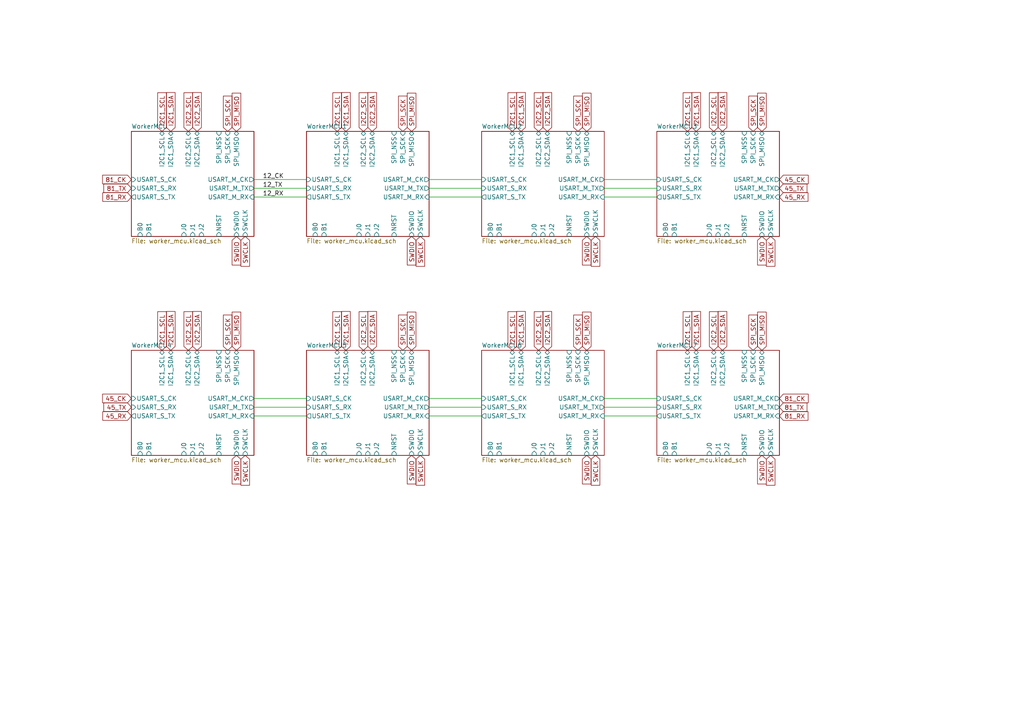
<source format=kicad_sch>
(kicad_sch
	(version 20250114)
	(generator "eeschema")
	(generator_version "9.0")
	(uuid "46be8da2-71c9-430f-bb11-49b740d55c30")
	(paper "A4")
	(lib_symbols)
	(wire
		(pts
			(xy 73.66 54.61) (xy 88.9 54.61)
		)
		(stroke
			(width 0)
			(type default)
		)
		(uuid "061c04fb-12a2-45ea-887d-b2831dc27386")
	)
	(wire
		(pts
			(xy 124.46 118.11) (xy 139.7 118.11)
		)
		(stroke
			(width 0)
			(type default)
		)
		(uuid "1389d054-3859-4dff-b7be-71d272c38a81")
	)
	(wire
		(pts
			(xy 124.46 57.15) (xy 139.7 57.15)
		)
		(stroke
			(width 0)
			(type default)
		)
		(uuid "17e414df-b4cb-4a44-a6b5-1101110ea06d")
	)
	(wire
		(pts
			(xy 175.26 54.61) (xy 190.5 54.61)
		)
		(stroke
			(width 0)
			(type default)
		)
		(uuid "25cd62ed-efb3-458b-99f7-c70ebdd7d658")
	)
	(wire
		(pts
			(xy 73.66 118.11) (xy 88.9 118.11)
		)
		(stroke
			(width 0)
			(type default)
		)
		(uuid "27bb50f6-efb4-4736-966e-e6e6cc7bc8ac")
	)
	(wire
		(pts
			(xy 124.46 52.07) (xy 139.7 52.07)
		)
		(stroke
			(width 0)
			(type default)
		)
		(uuid "3049164c-0e1d-41e3-bfe7-eabcc0e2df26")
	)
	(wire
		(pts
			(xy 175.26 57.15) (xy 190.5 57.15)
		)
		(stroke
			(width 0)
			(type default)
		)
		(uuid "3493f5b6-a49a-4ed9-8cdb-7e5b399b6196")
	)
	(wire
		(pts
			(xy 73.66 52.07) (xy 88.9 52.07)
		)
		(stroke
			(width 0)
			(type default)
		)
		(uuid "36f8a9b5-7d60-4893-af07-121304ad9b99")
	)
	(wire
		(pts
			(xy 73.66 57.15) (xy 88.9 57.15)
		)
		(stroke
			(width 0)
			(type default)
		)
		(uuid "4ddc2886-d561-4263-a3ae-4385c4834c94")
	)
	(wire
		(pts
			(xy 124.46 54.61) (xy 139.7 54.61)
		)
		(stroke
			(width 0)
			(type default)
		)
		(uuid "6b16f60a-78aa-4fe3-a082-6fbda311ef2f")
	)
	(wire
		(pts
			(xy 175.26 118.11) (xy 190.5 118.11)
		)
		(stroke
			(width 0)
			(type default)
		)
		(uuid "7a89f2f2-4360-49c2-b92d-6dd3ea2530a4")
	)
	(wire
		(pts
			(xy 175.26 52.07) (xy 190.5 52.07)
		)
		(stroke
			(width 0)
			(type default)
		)
		(uuid "80888ca1-9cd8-498e-bd5a-b567e532cca9")
	)
	(wire
		(pts
			(xy 175.26 120.65) (xy 190.5 120.65)
		)
		(stroke
			(width 0)
			(type default)
		)
		(uuid "8f984353-dd9f-4a8d-9ac8-77237d038299")
	)
	(wire
		(pts
			(xy 124.46 115.57) (xy 139.7 115.57)
		)
		(stroke
			(width 0)
			(type default)
		)
		(uuid "90634859-acc1-4ab5-a7a6-c0c509d01b46")
	)
	(wire
		(pts
			(xy 175.26 115.57) (xy 190.5 115.57)
		)
		(stroke
			(width 0)
			(type default)
		)
		(uuid "9d99e24f-48a5-43a2-a260-d4df43ecbb6c")
	)
	(wire
		(pts
			(xy 124.46 120.65) (xy 139.7 120.65)
		)
		(stroke
			(width 0)
			(type default)
		)
		(uuid "a0704a41-9539-42aa-92a5-0af33e1d580f")
	)
	(wire
		(pts
			(xy 73.66 115.57) (xy 88.9 115.57)
		)
		(stroke
			(width 0)
			(type default)
		)
		(uuid "c02d04ca-99bd-4ca0-b8cd-607b93f18a4b")
	)
	(wire
		(pts
			(xy 73.66 120.65) (xy 88.9 120.65)
		)
		(stroke
			(width 0)
			(type default)
		)
		(uuid "c3f23790-82d0-4400-9bc2-39ad6bbdce66")
	)
	(label "12_TX"
		(at 76.2 54.61 0)
		(effects
			(font
				(size 1.27 1.27)
			)
			(justify left bottom)
		)
		(uuid "1ddf2199-de57-4fa7-b017-2ed7fe074e33")
	)
	(label "12_CK"
		(at 76.2 52.07 0)
		(effects
			(font
				(size 1.27 1.27)
			)
			(justify left bottom)
		)
		(uuid "f03c397c-8eab-4de0-98c8-01b472abd922")
	)
	(label "12_RX"
		(at 76.2 57.15 0)
		(effects
			(font
				(size 1.27 1.27)
			)
			(justify left bottom)
		)
		(uuid "fcba7de3-8e7b-402a-837e-c48c3350b3f0")
	)
	(global_label "SPI_MISO"
		(shape input)
		(at 170.18 38.1 90)
		(fields_autoplaced yes)
		(effects
			(font
				(size 1.27 1.27)
			)
			(justify left)
		)
		(uuid "00111e11-9197-4cf8-823b-26620642d8ea")
		(property "Intersheetrefs" "${INTERSHEET_REFS}"
			(at 170.18 26.4667 90)
			(effects
				(font
					(size 1.27 1.27)
				)
				(justify left)
				(hide yes)
			)
		)
	)
	(global_label "SWCLK"
		(shape input)
		(at 121.92 68.58 270)
		(fields_autoplaced yes)
		(effects
			(font
				(size 1.27 1.27)
			)
			(justify right)
		)
		(uuid "05156f5b-69cf-429c-9afb-a135148547cf")
		(property "Intersheetrefs" "${INTERSHEET_REFS}"
			(at 121.92 77.7942 90)
			(effects
				(font
					(size 1.27 1.27)
				)
				(justify right)
				(hide yes)
			)
		)
	)
	(global_label "81_TX"
		(shape input)
		(at 226.06 118.11 0)
		(fields_autoplaced yes)
		(effects
			(font
				(size 1.27 1.27)
			)
			(justify left)
		)
		(uuid "0cef9cbe-9b8b-4c3e-9541-0d0be4ad1d36")
		(property "Intersheetrefs" "${INTERSHEET_REFS}"
			(at 234.6089 118.11 0)
			(effects
				(font
					(size 1.27 1.27)
				)
				(justify left)
				(hide yes)
			)
		)
	)
	(global_label "SWDIO"
		(shape input)
		(at 220.98 132.08 270)
		(fields_autoplaced yes)
		(effects
			(font
				(size 1.27 1.27)
			)
			(justify right)
		)
		(uuid "0d25f513-e81f-4634-b4df-f7937b1e00da")
		(property "Intersheetrefs" "${INTERSHEET_REFS}"
			(at 220.98 140.9314 90)
			(effects
				(font
					(size 1.27 1.27)
				)
				(justify right)
				(hide yes)
			)
		)
	)
	(global_label "81_CK"
		(shape input)
		(at 226.06 115.57 0)
		(fields_autoplaced yes)
		(effects
			(font
				(size 1.27 1.27)
			)
			(justify left)
		)
		(uuid "0f53f212-f32e-47fd-bf5c-46e6ce3a1b7a")
		(property "Intersheetrefs" "${INTERSHEET_REFS}"
			(at 234.9718 115.57 0)
			(effects
				(font
					(size 1.27 1.27)
				)
				(justify left)
				(hide yes)
			)
		)
	)
	(global_label "I2C2_SDA"
		(shape input)
		(at 57.15 38.1 90)
		(fields_autoplaced yes)
		(effects
			(font
				(size 1.27 1.27)
			)
			(justify left)
		)
		(uuid "105f2a45-7db4-4795-8b2c-53d9b60a8058")
		(property "Intersheetrefs" "${INTERSHEET_REFS}"
			(at 57.15 26.2853 90)
			(effects
				(font
					(size 1.27 1.27)
				)
				(justify left)
				(hide yes)
			)
		)
	)
	(global_label "I2C2_SCL"
		(shape input)
		(at 156.21 38.1 90)
		(fields_autoplaced yes)
		(effects
			(font
				(size 1.27 1.27)
			)
			(justify left)
		)
		(uuid "185891da-0c34-4a7f-b704-bd548fc18708")
		(property "Intersheetrefs" "${INTERSHEET_REFS}"
			(at 156.21 26.3458 90)
			(effects
				(font
					(size 1.27 1.27)
				)
				(justify left)
				(hide yes)
			)
		)
	)
	(global_label "SWDIO"
		(shape input)
		(at 170.18 68.58 270)
		(fields_autoplaced yes)
		(effects
			(font
				(size 1.27 1.27)
			)
			(justify right)
		)
		(uuid "1e27452f-b7c7-4cc5-a2ab-2d10df072b45")
		(property "Intersheetrefs" "${INTERSHEET_REFS}"
			(at 170.18 77.4314 90)
			(effects
				(font
					(size 1.27 1.27)
				)
				(justify right)
				(hide yes)
			)
		)
	)
	(global_label "SPI_MISO"
		(shape input)
		(at 220.98 101.6 90)
		(fields_autoplaced yes)
		(effects
			(font
				(size 1.27 1.27)
			)
			(justify left)
		)
		(uuid "23d0fe79-2bd1-4eaf-a142-eeaec3835d22")
		(property "Intersheetrefs" "${INTERSHEET_REFS}"
			(at 220.98 89.9667 90)
			(effects
				(font
					(size 1.27 1.27)
				)
				(justify left)
				(hide yes)
			)
		)
	)
	(global_label "SWCLK"
		(shape input)
		(at 172.72 132.08 270)
		(fields_autoplaced yes)
		(effects
			(font
				(size 1.27 1.27)
			)
			(justify right)
		)
		(uuid "23e95519-6368-4b7c-bed7-15ebfb232584")
		(property "Intersheetrefs" "${INTERSHEET_REFS}"
			(at 172.72 141.2942 90)
			(effects
				(font
					(size 1.27 1.27)
				)
				(justify right)
				(hide yes)
			)
		)
	)
	(global_label "I2C1_SCL"
		(shape input)
		(at 199.39 101.6 90)
		(fields_autoplaced yes)
		(effects
			(font
				(size 1.27 1.27)
			)
			(justify left)
		)
		(uuid "255b7d42-2ffb-472d-a46c-746c45b734ba")
		(property "Intersheetrefs" "${INTERSHEET_REFS}"
			(at 199.39 89.8458 90)
			(effects
				(font
					(size 1.27 1.27)
				)
				(justify left)
				(hide yes)
			)
		)
	)
	(global_label "SPI_MISO"
		(shape input)
		(at 220.98 38.1 90)
		(fields_autoplaced yes)
		(effects
			(font
				(size 1.27 1.27)
			)
			(justify left)
		)
		(uuid "2562ab1a-f55d-4b38-be48-0c0a30e4c7cf")
		(property "Intersheetrefs" "${INTERSHEET_REFS}"
			(at 220.98 26.4667 90)
			(effects
				(font
					(size 1.27 1.27)
				)
				(justify left)
				(hide yes)
			)
		)
	)
	(global_label "81_RX"
		(shape input)
		(at 38.1 57.15 180)
		(fields_autoplaced yes)
		(effects
			(font
				(size 1.27 1.27)
			)
			(justify right)
		)
		(uuid "268ff9ff-efb5-4b1d-8e39-78e21900c671")
		(property "Intersheetrefs" "${INTERSHEET_REFS}"
			(at 29.2487 57.15 0)
			(effects
				(font
					(size 1.27 1.27)
				)
				(justify right)
				(hide yes)
			)
		)
	)
	(global_label "SWDIO"
		(shape input)
		(at 68.58 132.08 270)
		(fields_autoplaced yes)
		(effects
			(font
				(size 1.27 1.27)
			)
			(justify right)
		)
		(uuid "29711821-d729-4bf0-a5f2-f65be6a6648d")
		(property "Intersheetrefs" "${INTERSHEET_REFS}"
			(at 68.58 140.9314 90)
			(effects
				(font
					(size 1.27 1.27)
				)
				(justify right)
				(hide yes)
			)
		)
	)
	(global_label "SPI_MISO"
		(shape input)
		(at 68.58 38.1 90)
		(fields_autoplaced yes)
		(effects
			(font
				(size 1.27 1.27)
			)
			(justify left)
		)
		(uuid "29ff74b9-50e3-4421-96a7-205dde52e993")
		(property "Intersheetrefs" "${INTERSHEET_REFS}"
			(at 68.58 26.4667 90)
			(effects
				(font
					(size 1.27 1.27)
				)
				(justify left)
				(hide yes)
			)
		)
	)
	(global_label "I2C1_SDA"
		(shape input)
		(at 100.33 38.1 90)
		(fields_autoplaced yes)
		(effects
			(font
				(size 1.27 1.27)
			)
			(justify left)
		)
		(uuid "2ecdf230-66ba-41f7-ba91-bbb8588dc061")
		(property "Intersheetrefs" "${INTERSHEET_REFS}"
			(at 100.33 26.2853 90)
			(effects
				(font
					(size 1.27 1.27)
				)
				(justify left)
				(hide yes)
			)
		)
	)
	(global_label "45_RX"
		(shape input)
		(at 226.06 57.15 0)
		(fields_autoplaced yes)
		(effects
			(font
				(size 1.27 1.27)
			)
			(justify left)
		)
		(uuid "34711645-1aa4-481c-85a9-cd9429f3ef06")
		(property "Intersheetrefs" "${INTERSHEET_REFS}"
			(at 234.9113 57.15 0)
			(effects
				(font
					(size 1.27 1.27)
				)
				(justify left)
				(hide yes)
			)
		)
	)
	(global_label "I2C2_SDA"
		(shape input)
		(at 209.55 38.1 90)
		(fields_autoplaced yes)
		(effects
			(font
				(size 1.27 1.27)
			)
			(justify left)
		)
		(uuid "37ce2b9f-b816-457e-8e4d-45380260f28f")
		(property "Intersheetrefs" "${INTERSHEET_REFS}"
			(at 209.55 26.2853 90)
			(effects
				(font
					(size 1.27 1.27)
				)
				(justify left)
				(hide yes)
			)
		)
	)
	(global_label "SWDIO"
		(shape input)
		(at 170.18 132.08 270)
		(fields_autoplaced yes)
		(effects
			(font
				(size 1.27 1.27)
			)
			(justify right)
		)
		(uuid "39bd7afa-c7aa-4262-89f9-a2819720b333")
		(property "Intersheetrefs" "${INTERSHEET_REFS}"
			(at 170.18 140.9314 90)
			(effects
				(font
					(size 1.27 1.27)
				)
				(justify right)
				(hide yes)
			)
		)
	)
	(global_label "I2C1_SDA"
		(shape input)
		(at 100.33 101.6 90)
		(fields_autoplaced yes)
		(effects
			(font
				(size 1.27 1.27)
			)
			(justify left)
		)
		(uuid "3d7a1bce-129b-46e1-85f9-22585b93c9c3")
		(property "Intersheetrefs" "${INTERSHEET_REFS}"
			(at 100.33 89.7853 90)
			(effects
				(font
					(size 1.27 1.27)
				)
				(justify left)
				(hide yes)
			)
		)
	)
	(global_label "81_CK"
		(shape input)
		(at 38.1 52.07 180)
		(fields_autoplaced yes)
		(effects
			(font
				(size 1.27 1.27)
			)
			(justify right)
		)
		(uuid "415b4f17-1077-4229-9217-04f40fb3e3c2")
		(property "Intersheetrefs" "${INTERSHEET_REFS}"
			(at 29.1882 52.07 0)
			(effects
				(font
					(size 1.27 1.27)
				)
				(justify right)
				(hide yes)
			)
		)
	)
	(global_label "81_RX"
		(shape input)
		(at 226.06 120.65 0)
		(fields_autoplaced yes)
		(effects
			(font
				(size 1.27 1.27)
			)
			(justify left)
		)
		(uuid "47a17986-25d1-4c49-806e-e22726b2e084")
		(property "Intersheetrefs" "${INTERSHEET_REFS}"
			(at 234.9113 120.65 0)
			(effects
				(font
					(size 1.27 1.27)
				)
				(justify left)
				(hide yes)
			)
		)
	)
	(global_label "I2C2_SDA"
		(shape input)
		(at 209.55 101.6 90)
		(fields_autoplaced yes)
		(effects
			(font
				(size 1.27 1.27)
			)
			(justify left)
		)
		(uuid "4823a591-ff91-402c-8f58-b0fcdd6b2b1b")
		(property "Intersheetrefs" "${INTERSHEET_REFS}"
			(at 209.55 89.7853 90)
			(effects
				(font
					(size 1.27 1.27)
				)
				(justify left)
				(hide yes)
			)
		)
	)
	(global_label "45_TX"
		(shape input)
		(at 226.06 54.61 0)
		(fields_autoplaced yes)
		(effects
			(font
				(size 1.27 1.27)
			)
			(justify left)
		)
		(uuid "4ca4a6fd-4f15-43f7-a110-1073c69c5cfd")
		(property "Intersheetrefs" "${INTERSHEET_REFS}"
			(at 234.6089 54.61 0)
			(effects
				(font
					(size 1.27 1.27)
				)
				(justify left)
				(hide yes)
			)
		)
	)
	(global_label "I2C1_SCL"
		(shape input)
		(at 97.79 38.1 90)
		(fields_autoplaced yes)
		(effects
			(font
				(size 1.27 1.27)
			)
			(justify left)
		)
		(uuid "4fe4c3b2-ad32-46b6-8ce1-04e0eeed0a4c")
		(property "Intersheetrefs" "${INTERSHEET_REFS}"
			(at 97.79 26.3458 90)
			(effects
				(font
					(size 1.27 1.27)
				)
				(justify left)
				(hide yes)
			)
		)
	)
	(global_label "I2C2_SCL"
		(shape input)
		(at 54.61 101.6 90)
		(fields_autoplaced yes)
		(effects
			(font
				(size 1.27 1.27)
			)
			(justify left)
		)
		(uuid "52d6b542-184e-4a2d-b64e-91fdc59077b1")
		(property "Intersheetrefs" "${INTERSHEET_REFS}"
			(at 54.61 89.8458 90)
			(effects
				(font
					(size 1.27 1.27)
				)
				(justify left)
				(hide yes)
			)
		)
	)
	(global_label "SWDIO"
		(shape input)
		(at 119.38 132.08 270)
		(fields_autoplaced yes)
		(effects
			(font
				(size 1.27 1.27)
			)
			(justify right)
		)
		(uuid "54dc2059-5046-4b69-a7ad-8a45babab361")
		(property "Intersheetrefs" "${INTERSHEET_REFS}"
			(at 119.38 140.9314 90)
			(effects
				(font
					(size 1.27 1.27)
				)
				(justify right)
				(hide yes)
			)
		)
	)
	(global_label "SWCLK"
		(shape input)
		(at 172.72 68.58 270)
		(fields_autoplaced yes)
		(effects
			(font
				(size 1.27 1.27)
			)
			(justify right)
		)
		(uuid "57ef9b64-3062-4d23-9831-6c59705b2799")
		(property "Intersheetrefs" "${INTERSHEET_REFS}"
			(at 172.72 77.7942 90)
			(effects
				(font
					(size 1.27 1.27)
				)
				(justify right)
				(hide yes)
			)
		)
	)
	(global_label "45_RX"
		(shape input)
		(at 38.1 120.65 180)
		(fields_autoplaced yes)
		(effects
			(font
				(size 1.27 1.27)
			)
			(justify right)
		)
		(uuid "5f071489-bff3-4363-a4b5-13b94e0905fb")
		(property "Intersheetrefs" "${INTERSHEET_REFS}"
			(at 29.2487 120.65 0)
			(effects
				(font
					(size 1.27 1.27)
				)
				(justify right)
				(hide yes)
			)
		)
	)
	(global_label "I2C2_SDA"
		(shape input)
		(at 57.15 101.6 90)
		(fields_autoplaced yes)
		(effects
			(font
				(size 1.27 1.27)
			)
			(justify left)
		)
		(uuid "6395b26f-812c-4468-8910-23063c4c7be1")
		(property "Intersheetrefs" "${INTERSHEET_REFS}"
			(at 57.15 89.7853 90)
			(effects
				(font
					(size 1.27 1.27)
				)
				(justify left)
				(hide yes)
			)
		)
	)
	(global_label "SWCLK"
		(shape input)
		(at 71.12 68.58 270)
		(fields_autoplaced yes)
		(effects
			(font
				(size 1.27 1.27)
			)
			(justify right)
		)
		(uuid "65ac4cf9-bb0f-4a99-bfe1-c2a7c10d53fb")
		(property "Intersheetrefs" "${INTERSHEET_REFS}"
			(at 71.12 77.7942 90)
			(effects
				(font
					(size 1.27 1.27)
				)
				(justify right)
				(hide yes)
			)
		)
	)
	(global_label "81_TX"
		(shape input)
		(at 38.1 54.61 180)
		(fields_autoplaced yes)
		(effects
			(font
				(size 1.27 1.27)
			)
			(justify right)
		)
		(uuid "6b53ba92-4988-4965-9bf9-056483bb8091")
		(property "Intersheetrefs" "${INTERSHEET_REFS}"
			(at 29.5511 54.61 0)
			(effects
				(font
					(size 1.27 1.27)
				)
				(justify right)
				(hide yes)
			)
		)
	)
	(global_label "SPI_SCK"
		(shape input)
		(at 66.04 38.1 90)
		(fields_autoplaced yes)
		(effects
			(font
				(size 1.27 1.27)
			)
			(justify left)
		)
		(uuid "6b69ca1f-4430-4644-8379-7163f9fc262b")
		(property "Intersheetrefs" "${INTERSHEET_REFS}"
			(at 66.04 27.3134 90)
			(effects
				(font
					(size 1.27 1.27)
				)
				(justify left)
				(hide yes)
			)
		)
	)
	(global_label "SWDIO"
		(shape input)
		(at 68.58 68.58 270)
		(fields_autoplaced yes)
		(effects
			(font
				(size 1.27 1.27)
			)
			(justify right)
		)
		(uuid "706af55a-f1d0-45e4-b75b-a371ee6a79e3")
		(property "Intersheetrefs" "${INTERSHEET_REFS}"
			(at 68.58 77.4314 90)
			(effects
				(font
					(size 1.27 1.27)
				)
				(justify right)
				(hide yes)
			)
		)
	)
	(global_label "I2C2_SCL"
		(shape input)
		(at 156.21 101.6 90)
		(fields_autoplaced yes)
		(effects
			(font
				(size 1.27 1.27)
			)
			(justify left)
		)
		(uuid "738e365f-2453-4e07-bc43-9723d96481b4")
		(property "Intersheetrefs" "${INTERSHEET_REFS}"
			(at 156.21 89.8458 90)
			(effects
				(font
					(size 1.27 1.27)
				)
				(justify left)
				(hide yes)
			)
		)
	)
	(global_label "I2C1_SDA"
		(shape input)
		(at 49.53 38.1 90)
		(fields_autoplaced yes)
		(effects
			(font
				(size 1.27 1.27)
			)
			(justify left)
		)
		(uuid "767042b2-ed90-4aa6-b924-1b58d725c80a")
		(property "Intersheetrefs" "${INTERSHEET_REFS}"
			(at 49.53 26.2853 90)
			(effects
				(font
					(size 1.27 1.27)
				)
				(justify left)
				(hide yes)
			)
		)
	)
	(global_label "I2C2_SCL"
		(shape input)
		(at 207.01 101.6 90)
		(fields_autoplaced yes)
		(effects
			(font
				(size 1.27 1.27)
			)
			(justify left)
		)
		(uuid "7df19afa-3693-4361-9c9d-69d3e0391f07")
		(property "Intersheetrefs" "${INTERSHEET_REFS}"
			(at 207.01 89.8458 90)
			(effects
				(font
					(size 1.27 1.27)
				)
				(justify left)
				(hide yes)
			)
		)
	)
	(global_label "SPI_MISO"
		(shape input)
		(at 170.18 101.6 90)
		(fields_autoplaced yes)
		(effects
			(font
				(size 1.27 1.27)
			)
			(justify left)
		)
		(uuid "7e35b9fd-367b-40f6-b7f3-c4b2c395ac7f")
		(property "Intersheetrefs" "${INTERSHEET_REFS}"
			(at 170.18 89.9667 90)
			(effects
				(font
					(size 1.27 1.27)
				)
				(justify left)
				(hide yes)
			)
		)
	)
	(global_label "SWCLK"
		(shape input)
		(at 121.92 132.08 270)
		(fields_autoplaced yes)
		(effects
			(font
				(size 1.27 1.27)
			)
			(justify right)
		)
		(uuid "7e90589d-4a01-41c4-8abc-7ed4178166fa")
		(property "Intersheetrefs" "${INTERSHEET_REFS}"
			(at 121.92 141.2942 90)
			(effects
				(font
					(size 1.27 1.27)
				)
				(justify right)
				(hide yes)
			)
		)
	)
	(global_label "I2C1_SCL"
		(shape input)
		(at 199.39 38.1 90)
		(fields_autoplaced yes)
		(effects
			(font
				(size 1.27 1.27)
			)
			(justify left)
		)
		(uuid "81ade761-7b82-479d-9d24-6f5b5db11096")
		(property "Intersheetrefs" "${INTERSHEET_REFS}"
			(at 199.39 26.3458 90)
			(effects
				(font
					(size 1.27 1.27)
				)
				(justify left)
				(hide yes)
			)
		)
	)
	(global_label "I2C2_SDA"
		(shape input)
		(at 158.75 38.1 90)
		(fields_autoplaced yes)
		(effects
			(font
				(size 1.27 1.27)
			)
			(justify left)
		)
		(uuid "83bb66d6-a6bb-4d9e-8035-3e34c887fdc3")
		(property "Intersheetrefs" "${INTERSHEET_REFS}"
			(at 158.75 26.2853 90)
			(effects
				(font
					(size 1.27 1.27)
				)
				(justify left)
				(hide yes)
			)
		)
	)
	(global_label "SPI_SCK"
		(shape input)
		(at 218.44 101.6 90)
		(fields_autoplaced yes)
		(effects
			(font
				(size 1.27 1.27)
			)
			(justify left)
		)
		(uuid "8422565a-4f7b-4df3-9099-c178c4617867")
		(property "Intersheetrefs" "${INTERSHEET_REFS}"
			(at 218.44 90.8134 90)
			(effects
				(font
					(size 1.27 1.27)
				)
				(justify left)
				(hide yes)
			)
		)
	)
	(global_label "I2C1_SDA"
		(shape input)
		(at 201.93 38.1 90)
		(fields_autoplaced yes)
		(effects
			(font
				(size 1.27 1.27)
			)
			(justify left)
		)
		(uuid "84ff97e4-25b3-4662-8441-211c5a663df8")
		(property "Intersheetrefs" "${INTERSHEET_REFS}"
			(at 201.93 26.2853 90)
			(effects
				(font
					(size 1.27 1.27)
				)
				(justify left)
				(hide yes)
			)
		)
	)
	(global_label "SPI_SCK"
		(shape input)
		(at 167.64 101.6 90)
		(fields_autoplaced yes)
		(effects
			(font
				(size 1.27 1.27)
			)
			(justify left)
		)
		(uuid "8795d486-328a-4c57-8bc2-3e19568ee41a")
		(property "Intersheetrefs" "${INTERSHEET_REFS}"
			(at 167.64 90.8134 90)
			(effects
				(font
					(size 1.27 1.27)
				)
				(justify left)
				(hide yes)
			)
		)
	)
	(global_label "SPI_SCK"
		(shape input)
		(at 116.84 101.6 90)
		(fields_autoplaced yes)
		(effects
			(font
				(size 1.27 1.27)
			)
			(justify left)
		)
		(uuid "89badea5-df31-4c30-988e-6038e8b0c129")
		(property "Intersheetrefs" "${INTERSHEET_REFS}"
			(at 116.84 90.8134 90)
			(effects
				(font
					(size 1.27 1.27)
				)
				(justify left)
				(hide yes)
			)
		)
	)
	(global_label "SWDIO"
		(shape input)
		(at 119.38 68.58 270)
		(fields_autoplaced yes)
		(effects
			(font
				(size 1.27 1.27)
			)
			(justify right)
		)
		(uuid "8b7f121a-d59f-4659-b9e0-21bade0c3c59")
		(property "Intersheetrefs" "${INTERSHEET_REFS}"
			(at 119.38 77.4314 90)
			(effects
				(font
					(size 1.27 1.27)
				)
				(justify right)
				(hide yes)
			)
		)
	)
	(global_label "SWCLK"
		(shape input)
		(at 223.52 68.58 270)
		(fields_autoplaced yes)
		(effects
			(font
				(size 1.27 1.27)
			)
			(justify right)
		)
		(uuid "8c79da5a-2521-4814-8688-496f85b6f549")
		(property "Intersheetrefs" "${INTERSHEET_REFS}"
			(at 223.52 77.7942 90)
			(effects
				(font
					(size 1.27 1.27)
				)
				(justify right)
				(hide yes)
			)
		)
	)
	(global_label "SPI_SCK"
		(shape input)
		(at 218.44 38.1 90)
		(fields_autoplaced yes)
		(effects
			(font
				(size 1.27 1.27)
			)
			(justify left)
		)
		(uuid "8d40a0d5-de3e-4a84-a25b-ddf237e8eb6f")
		(property "Intersheetrefs" "${INTERSHEET_REFS}"
			(at 218.44 27.3134 90)
			(effects
				(font
					(size 1.27 1.27)
				)
				(justify left)
				(hide yes)
			)
		)
	)
	(global_label "I2C1_SCL"
		(shape input)
		(at 46.99 38.1 90)
		(fields_autoplaced yes)
		(effects
			(font
				(size 1.27 1.27)
			)
			(justify left)
		)
		(uuid "93111897-2abd-483c-952f-2bcbeab5dbd7")
		(property "Intersheetrefs" "${INTERSHEET_REFS}"
			(at 46.99 26.3458 90)
			(effects
				(font
					(size 1.27 1.27)
				)
				(justify left)
				(hide yes)
			)
		)
	)
	(global_label "I2C1_SDA"
		(shape input)
		(at 201.93 101.6 90)
		(fields_autoplaced yes)
		(effects
			(font
				(size 1.27 1.27)
			)
			(justify left)
		)
		(uuid "9840170c-4f8b-4e15-a32a-81a02ae3cf09")
		(property "Intersheetrefs" "${INTERSHEET_REFS}"
			(at 201.93 89.7853 90)
			(effects
				(font
					(size 1.27 1.27)
				)
				(justify left)
				(hide yes)
			)
		)
	)
	(global_label "SWDIO"
		(shape input)
		(at 220.98 68.58 270)
		(fields_autoplaced yes)
		(effects
			(font
				(size 1.27 1.27)
			)
			(justify right)
		)
		(uuid "98e1c863-a897-4d01-8ac4-321d8276e00a")
		(property "Intersheetrefs" "${INTERSHEET_REFS}"
			(at 220.98 77.4314 90)
			(effects
				(font
					(size 1.27 1.27)
				)
				(justify right)
				(hide yes)
			)
		)
	)
	(global_label "SPI_SCK"
		(shape input)
		(at 66.04 101.6 90)
		(fields_autoplaced yes)
		(effects
			(font
				(size 1.27 1.27)
			)
			(justify left)
		)
		(uuid "99e4c9e6-040d-4d90-986c-3f829f26ac87")
		(property "Intersheetrefs" "${INTERSHEET_REFS}"
			(at 66.04 90.8134 90)
			(effects
				(font
					(size 1.27 1.27)
				)
				(justify left)
				(hide yes)
			)
		)
	)
	(global_label "I2C1_SCL"
		(shape input)
		(at 97.79 101.6 90)
		(fields_autoplaced yes)
		(effects
			(font
				(size 1.27 1.27)
			)
			(justify left)
		)
		(uuid "a3ff7cf9-f725-4f20-92ed-09e1d87d5f0a")
		(property "Intersheetrefs" "${INTERSHEET_REFS}"
			(at 97.79 89.8458 90)
			(effects
				(font
					(size 1.27 1.27)
				)
				(justify left)
				(hide yes)
			)
		)
	)
	(global_label "SPI_MISO"
		(shape input)
		(at 68.58 101.6 90)
		(fields_autoplaced yes)
		(effects
			(font
				(size 1.27 1.27)
			)
			(justify left)
		)
		(uuid "a53f1b34-a6d0-49ac-9ade-516e898e064f")
		(property "Intersheetrefs" "${INTERSHEET_REFS}"
			(at 68.58 89.9667 90)
			(effects
				(font
					(size 1.27 1.27)
				)
				(justify left)
				(hide yes)
			)
		)
	)
	(global_label "I2C2_SDA"
		(shape input)
		(at 107.95 38.1 90)
		(fields_autoplaced yes)
		(effects
			(font
				(size 1.27 1.27)
			)
			(justify left)
		)
		(uuid "a598cd0f-e8ea-4093-a4dc-379379bc2486")
		(property "Intersheetrefs" "${INTERSHEET_REFS}"
			(at 107.95 26.2853 90)
			(effects
				(font
					(size 1.27 1.27)
				)
				(justify left)
				(hide yes)
			)
		)
	)
	(global_label "SPI_MISO"
		(shape input)
		(at 119.38 101.6 90)
		(fields_autoplaced yes)
		(effects
			(font
				(size 1.27 1.27)
			)
			(justify left)
		)
		(uuid "a6760055-0a64-42ce-a442-cf71256e713e")
		(property "Intersheetrefs" "${INTERSHEET_REFS}"
			(at 119.38 89.9667 90)
			(effects
				(font
					(size 1.27 1.27)
				)
				(justify left)
				(hide yes)
			)
		)
	)
	(global_label "I2C1_SDA"
		(shape input)
		(at 49.53 101.6 90)
		(fields_autoplaced yes)
		(effects
			(font
				(size 1.27 1.27)
			)
			(justify left)
		)
		(uuid "b0117841-f490-4999-a7e0-523b49e0b644")
		(property "Intersheetrefs" "${INTERSHEET_REFS}"
			(at 49.53 89.7853 90)
			(effects
				(font
					(size 1.27 1.27)
				)
				(justify left)
				(hide yes)
			)
		)
	)
	(global_label "SPI_SCK"
		(shape input)
		(at 116.84 38.1 90)
		(fields_autoplaced yes)
		(effects
			(font
				(size 1.27 1.27)
			)
			(justify left)
		)
		(uuid "b31ea52e-6ad7-4be2-ba60-02de93b40f8f")
		(property "Intersheetrefs" "${INTERSHEET_REFS}"
			(at 116.84 27.3134 90)
			(effects
				(font
					(size 1.27 1.27)
				)
				(justify left)
				(hide yes)
			)
		)
	)
	(global_label "I2C1_SDA"
		(shape input)
		(at 151.13 101.6 90)
		(fields_autoplaced yes)
		(effects
			(font
				(size 1.27 1.27)
			)
			(justify left)
		)
		(uuid "ba277db5-cca6-4a97-b301-99959ea26b22")
		(property "Intersheetrefs" "${INTERSHEET_REFS}"
			(at 151.13 89.7853 90)
			(effects
				(font
					(size 1.27 1.27)
				)
				(justify left)
				(hide yes)
			)
		)
	)
	(global_label "I2C1_SCL"
		(shape input)
		(at 148.59 38.1 90)
		(fields_autoplaced yes)
		(effects
			(font
				(size 1.27 1.27)
			)
			(justify left)
		)
		(uuid "baaaf76d-af16-49dc-b12b-4b2f6133449b")
		(property "Intersheetrefs" "${INTERSHEET_REFS}"
			(at 148.59 26.3458 90)
			(effects
				(font
					(size 1.27 1.27)
				)
				(justify left)
				(hide yes)
			)
		)
	)
	(global_label "SPI_SCK"
		(shape input)
		(at 167.64 38.1 90)
		(fields_autoplaced yes)
		(effects
			(font
				(size 1.27 1.27)
			)
			(justify left)
		)
		(uuid "bb02a5b1-9f66-4be6-a367-a89f2ddc229a")
		(property "Intersheetrefs" "${INTERSHEET_REFS}"
			(at 167.64 27.3134 90)
			(effects
				(font
					(size 1.27 1.27)
				)
				(justify left)
				(hide yes)
			)
		)
	)
	(global_label "I2C1_SCL"
		(shape input)
		(at 46.99 101.6 90)
		(fields_autoplaced yes)
		(effects
			(font
				(size 1.27 1.27)
			)
			(justify left)
		)
		(uuid "bb906141-6a55-4783-ae2d-15cacf156502")
		(property "Intersheetrefs" "${INTERSHEET_REFS}"
			(at 46.99 89.8458 90)
			(effects
				(font
					(size 1.27 1.27)
				)
				(justify left)
				(hide yes)
			)
		)
	)
	(global_label "45_CK"
		(shape input)
		(at 226.06 52.07 0)
		(fields_autoplaced yes)
		(effects
			(font
				(size 1.27 1.27)
			)
			(justify left)
		)
		(uuid "c24d88eb-bc71-4165-abf2-343d46d7271e")
		(property "Intersheetrefs" "${INTERSHEET_REFS}"
			(at 234.9718 52.07 0)
			(effects
				(font
					(size 1.27 1.27)
				)
				(justify left)
				(hide yes)
			)
		)
	)
	(global_label "I2C2_SCL"
		(shape input)
		(at 54.61 38.1 90)
		(fields_autoplaced yes)
		(effects
			(font
				(size 1.27 1.27)
			)
			(justify left)
		)
		(uuid "c4316678-ca27-49f1-8c48-36568bff34bc")
		(property "Intersheetrefs" "${INTERSHEET_REFS}"
			(at 54.61 26.3458 90)
			(effects
				(font
					(size 1.27 1.27)
				)
				(justify left)
				(hide yes)
			)
		)
	)
	(global_label "I2C2_SCL"
		(shape input)
		(at 105.41 101.6 90)
		(fields_autoplaced yes)
		(effects
			(font
				(size 1.27 1.27)
			)
			(justify left)
		)
		(uuid "c754ba16-0a89-4c0e-ae7e-064b8753e0c3")
		(property "Intersheetrefs" "${INTERSHEET_REFS}"
			(at 105.41 89.8458 90)
			(effects
				(font
					(size 1.27 1.27)
				)
				(justify left)
				(hide yes)
			)
		)
	)
	(global_label "I2C1_SCL"
		(shape input)
		(at 148.59 101.6 90)
		(fields_autoplaced yes)
		(effects
			(font
				(size 1.27 1.27)
			)
			(justify left)
		)
		(uuid "c8116a9e-1f2b-44b7-92f1-0995dd17caa0")
		(property "Intersheetrefs" "${INTERSHEET_REFS}"
			(at 148.59 89.8458 90)
			(effects
				(font
					(size 1.27 1.27)
				)
				(justify left)
				(hide yes)
			)
		)
	)
	(global_label "I2C2_SDA"
		(shape input)
		(at 107.95 101.6 90)
		(fields_autoplaced yes)
		(effects
			(font
				(size 1.27 1.27)
			)
			(justify left)
		)
		(uuid "cccd496b-0579-4993-bdba-3955e60ce96a")
		(property "Intersheetrefs" "${INTERSHEET_REFS}"
			(at 107.95 89.7853 90)
			(effects
				(font
					(size 1.27 1.27)
				)
				(justify left)
				(hide yes)
			)
		)
	)
	(global_label "I2C2_SDA"
		(shape input)
		(at 158.75 101.6 90)
		(fields_autoplaced yes)
		(effects
			(font
				(size 1.27 1.27)
			)
			(justify left)
		)
		(uuid "d82562d8-57e2-4ba7-9594-1d0396d5b1eb")
		(property "Intersheetrefs" "${INTERSHEET_REFS}"
			(at 158.75 89.7853 90)
			(effects
				(font
					(size 1.27 1.27)
				)
				(justify left)
				(hide yes)
			)
		)
	)
	(global_label "SWCLK"
		(shape input)
		(at 223.52 132.08 270)
		(fields_autoplaced yes)
		(effects
			(font
				(size 1.27 1.27)
			)
			(justify right)
		)
		(uuid "d9372448-de27-46d5-adc3-21672c50cf96")
		(property "Intersheetrefs" "${INTERSHEET_REFS}"
			(at 223.52 141.2942 90)
			(effects
				(font
					(size 1.27 1.27)
				)
				(justify right)
				(hide yes)
			)
		)
	)
	(global_label "45_TX"
		(shape input)
		(at 38.1 118.11 180)
		(fields_autoplaced yes)
		(effects
			(font
				(size 1.27 1.27)
			)
			(justify right)
		)
		(uuid "da2ea6c1-dcf2-469d-bfc5-a637271abfce")
		(property "Intersheetrefs" "${INTERSHEET_REFS}"
			(at 29.5511 118.11 0)
			(effects
				(font
					(size 1.27 1.27)
				)
				(justify right)
				(hide yes)
			)
		)
	)
	(global_label "I2C2_SCL"
		(shape input)
		(at 105.41 38.1 90)
		(fields_autoplaced yes)
		(effects
			(font
				(size 1.27 1.27)
			)
			(justify left)
		)
		(uuid "e13601ac-3717-4270-ac41-b48c02286cec")
		(property "Intersheetrefs" "${INTERSHEET_REFS}"
			(at 105.41 26.3458 90)
			(effects
				(font
					(size 1.27 1.27)
				)
				(justify left)
				(hide yes)
			)
		)
	)
	(global_label "SPI_MISO"
		(shape input)
		(at 119.38 38.1 90)
		(fields_autoplaced yes)
		(effects
			(font
				(size 1.27 1.27)
			)
			(justify left)
		)
		(uuid "e55c5f2f-f0e3-4d57-ad85-d8b306ae5f6b")
		(property "Intersheetrefs" "${INTERSHEET_REFS}"
			(at 119.38 26.4667 90)
			(effects
				(font
					(size 1.27 1.27)
				)
				(justify left)
				(hide yes)
			)
		)
	)
	(global_label "SWCLK"
		(shape input)
		(at 71.12 132.08 270)
		(fields_autoplaced yes)
		(effects
			(font
				(size 1.27 1.27)
			)
			(justify right)
		)
		(uuid "ebbc0a8d-1fca-4e4b-9c6d-918086773389")
		(property "Intersheetrefs" "${INTERSHEET_REFS}"
			(at 71.12 141.2942 90)
			(effects
				(font
					(size 1.27 1.27)
				)
				(justify right)
				(hide yes)
			)
		)
	)
	(global_label "I2C2_SCL"
		(shape input)
		(at 207.01 38.1 90)
		(fields_autoplaced yes)
		(effects
			(font
				(size 1.27 1.27)
			)
			(justify left)
		)
		(uuid "f690c7e6-fbd0-404b-94c7-ccc888b36496")
		(property "Intersheetrefs" "${INTERSHEET_REFS}"
			(at 207.01 26.3458 90)
			(effects
				(font
					(size 1.27 1.27)
				)
				(justify left)
				(hide yes)
			)
		)
	)
	(global_label "45_CK"
		(shape input)
		(at 38.1 115.57 180)
		(fields_autoplaced yes)
		(effects
			(font
				(size 1.27 1.27)
			)
			(justify right)
		)
		(uuid "f8bbb663-f3f3-47cb-8d37-1df2f4afa81b")
		(property "Intersheetrefs" "${INTERSHEET_REFS}"
			(at 29.1882 115.57 0)
			(effects
				(font
					(size 1.27 1.27)
				)
				(justify right)
				(hide yes)
			)
		)
	)
	(global_label "I2C1_SDA"
		(shape input)
		(at 151.13 38.1 90)
		(fields_autoplaced yes)
		(effects
			(font
				(size 1.27 1.27)
			)
			(justify left)
		)
		(uuid "f9ba0cce-e466-4643-9da3-c44dedc28d52")
		(property "Intersheetrefs" "${INTERSHEET_REFS}"
			(at 151.13 26.2853 90)
			(effects
				(font
					(size 1.27 1.27)
				)
				(justify left)
				(hide yes)
			)
		)
	)
	(sheet
		(at 38.1 101.6)
		(size 35.56 30.48)
		(exclude_from_sim no)
		(in_bom yes)
		(on_board yes)
		(dnp no)
		(fields_autoplaced yes)
		(stroke
			(width 0.1524)
			(type solid)
		)
		(fill
			(color 0 0 0 0.0000)
		)
		(uuid "535fbe94-0de2-42a8-a434-27f992585a8c")
		(property "Sheetname" "WorkerMCU4"
			(at 38.1 100.8884 0)
			(effects
				(font
					(size 1.27 1.27)
				)
				(justify left bottom)
			)
		)
		(property "Sheetfile" "worker_mcu.kicad_sch"
			(at 38.1 132.6646 0)
			(effects
				(font
					(size 1.27 1.27)
				)
				(justify left top)
			)
		)
		(pin "I2C2_SCL" bidirectional
			(at 54.61 101.6 90)
			(uuid "8ba88b34-8f77-4aac-86cc-4f911b9b0662")
			(effects
				(font
					(size 1.27 1.27)
				)
				(justify right)
			)
		)
		(pin "NRST" input
			(at 63.5 132.08 270)
			(uuid "3d02fbaf-ce09-480b-b478-60c89c3e7ec9")
			(effects
				(font
					(size 1.27 1.27)
				)
				(justify left)
			)
		)
		(pin "USART_M_CK" output
			(at 73.66 115.57 0)
			(uuid "e7895cad-a6a4-495f-ab92-e94b9b07a786")
			(effects
				(font
					(size 1.27 1.27)
				)
				(justify right)
			)
		)
		(pin "B1" input
			(at 43.18 132.08 270)
			(uuid "0741f5cf-29ab-4c7f-960d-166586f7c75b")
			(effects
				(font
					(size 1.27 1.27)
				)
				(justify left)
			)
		)
		(pin "SPI_SCK" input
			(at 66.04 101.6 90)
			(uuid "be0f0c21-0afd-4af0-b4af-cb618daf5dd8")
			(effects
				(font
					(size 1.27 1.27)
				)
				(justify right)
			)
		)
		(pin "B0" input
			(at 40.64 132.08 270)
			(uuid "5451ce2d-c8de-44eb-984a-33629b249479")
			(effects
				(font
					(size 1.27 1.27)
				)
				(justify left)
			)
		)
		(pin "SWDIO" input
			(at 68.58 132.08 270)
			(uuid "31f14d28-173b-4db5-878b-60699eb9a413")
			(effects
				(font
					(size 1.27 1.27)
				)
				(justify left)
			)
		)
		(pin "J1" input
			(at 55.88 132.08 270)
			(uuid "9203ca2c-2df1-4979-b4c1-251512b864c2")
			(effects
				(font
					(size 1.27 1.27)
				)
				(justify left)
			)
		)
		(pin "SPI_NSS" input
			(at 63.5 101.6 90)
			(uuid "8e4dd99a-6c3e-4ba6-b8d6-66e94883c1e1")
			(effects
				(font
					(size 1.27 1.27)
				)
				(justify right)
			)
		)
		(pin "SWCLK" input
			(at 71.12 132.08 270)
			(uuid "884212bb-b068-4379-82a0-28c254de7640")
			(effects
				(font
					(size 1.27 1.27)
				)
				(justify left)
			)
		)
		(pin "J0" input
			(at 53.34 132.08 270)
			(uuid "aace3155-22a1-407a-bfa3-32d40399b573")
			(effects
				(font
					(size 1.27 1.27)
				)
				(justify left)
			)
		)
		(pin "I2C2_SDA" bidirectional
			(at 57.15 101.6 90)
			(uuid "0d1a51c9-8afa-447e-846f-b864d26d51a9")
			(effects
				(font
					(size 1.27 1.27)
				)
				(justify right)
			)
		)
		(pin "USART_S_TX" output
			(at 38.1 120.65 180)
			(uuid "b3bb067b-8130-406f-9dae-1d6374728873")
			(effects
				(font
					(size 1.27 1.27)
				)
				(justify left)
			)
		)
		(pin "J2" input
			(at 58.42 132.08 270)
			(uuid "dc16fe89-c4f8-470a-a1e6-0392373bfeb8")
			(effects
				(font
					(size 1.27 1.27)
				)
				(justify left)
			)
		)
		(pin "USART_S_CK" input
			(at 38.1 115.57 180)
			(uuid "fdadc66c-1ecb-4196-8aa0-bebf8f551f4d")
			(effects
				(font
					(size 1.27 1.27)
				)
				(justify left)
			)
		)
		(pin "SPI_MISO" bidirectional
			(at 68.58 101.6 90)
			(uuid "dbcaaa8d-b040-4afd-8ed0-81bba88f6563")
			(effects
				(font
					(size 1.27 1.27)
				)
				(justify right)
			)
		)
		(pin "USART_S_RX" input
			(at 38.1 118.11 180)
			(uuid "73dd25de-dc2c-44aa-94c0-a181fef326c4")
			(effects
				(font
					(size 1.27 1.27)
				)
				(justify left)
			)
		)
		(pin "USART_M_RX" input
			(at 73.66 120.65 0)
			(uuid "0015fbb3-a44f-4b78-80af-a496f33936c5")
			(effects
				(font
					(size 1.27 1.27)
				)
				(justify right)
			)
		)
		(pin "USART_M_TX" output
			(at 73.66 118.11 0)
			(uuid "1aa6717b-df2c-4e7e-bde8-bb0bce6a2d07")
			(effects
				(font
					(size 1.27 1.27)
				)
				(justify right)
			)
		)
		(pin "I2C1_SCL" bidirectional
			(at 46.99 101.6 90)
			(uuid "7d21a2bb-6b5f-4dcc-bed0-906c6dfa4ab7")
			(effects
				(font
					(size 1.27 1.27)
				)
				(justify right)
			)
		)
		(pin "I2C1_SDA" bidirectional
			(at 49.53 101.6 90)
			(uuid "6e51e4f8-d819-43ea-a333-21491a2941d6")
			(effects
				(font
					(size 1.27 1.27)
				)
				(justify right)
			)
		)
		(instances
			(project "unit"
				(path "/46be8da2-71c9-430f-bb11-49b740d55c30"
					(page "6")
				)
			)
		)
	)
	(sheet
		(at 190.5 101.6)
		(size 35.56 30.48)
		(exclude_from_sim no)
		(in_bom yes)
		(on_board yes)
		(dnp no)
		(fields_autoplaced yes)
		(stroke
			(width 0.1524)
			(type solid)
		)
		(fill
			(color 0 0 0 0.0000)
		)
		(uuid "5650d236-a8e7-4764-ac61-914163591858")
		(property "Sheetname" "WorkerMCU7"
			(at 190.5 100.8884 0)
			(effects
				(font
					(size 1.27 1.27)
				)
				(justify left bottom)
			)
		)
		(property "Sheetfile" "worker_mcu.kicad_sch"
			(at 190.5 132.6646 0)
			(effects
				(font
					(size 1.27 1.27)
				)
				(justify left top)
			)
		)
		(pin "I2C2_SCL" bidirectional
			(at 207.01 101.6 90)
			(uuid "3cdea13e-459a-44b2-a1a2-f0898b89d216")
			(effects
				(font
					(size 1.27 1.27)
				)
				(justify right)
			)
		)
		(pin "NRST" input
			(at 215.9 132.08 270)
			(uuid "750983e9-9fe4-4019-a119-c1791645e252")
			(effects
				(font
					(size 1.27 1.27)
				)
				(justify left)
			)
		)
		(pin "USART_M_CK" output
			(at 226.06 115.57 0)
			(uuid "1159df94-fa19-4f27-9888-6fbb403ee37e")
			(effects
				(font
					(size 1.27 1.27)
				)
				(justify right)
			)
		)
		(pin "B1" input
			(at 195.58 132.08 270)
			(uuid "763d3994-d4c8-427d-917f-10742abe84f0")
			(effects
				(font
					(size 1.27 1.27)
				)
				(justify left)
			)
		)
		(pin "SPI_SCK" input
			(at 218.44 101.6 90)
			(uuid "39e241b2-ba3a-42a8-b6b4-c1375a80ef8a")
			(effects
				(font
					(size 1.27 1.27)
				)
				(justify right)
			)
		)
		(pin "B0" input
			(at 193.04 132.08 270)
			(uuid "35bef623-498e-4a53-b66e-c849c87f3b77")
			(effects
				(font
					(size 1.27 1.27)
				)
				(justify left)
			)
		)
		(pin "SWDIO" input
			(at 220.98 132.08 270)
			(uuid "b8277cac-2e48-4c32-b862-693c344763de")
			(effects
				(font
					(size 1.27 1.27)
				)
				(justify left)
			)
		)
		(pin "J1" input
			(at 208.28 132.08 270)
			(uuid "7afcd0eb-f0a5-4439-b3cd-b6b296fde5e8")
			(effects
				(font
					(size 1.27 1.27)
				)
				(justify left)
			)
		)
		(pin "SPI_NSS" input
			(at 215.9 101.6 90)
			(uuid "d8dd6d42-b1ed-46fd-b2fc-44d5dc3c27b6")
			(effects
				(font
					(size 1.27 1.27)
				)
				(justify right)
			)
		)
		(pin "SWCLK" input
			(at 223.52 132.08 270)
			(uuid "ef0e4a7c-6342-4946-8d86-4fad10170949")
			(effects
				(font
					(size 1.27 1.27)
				)
				(justify left)
			)
		)
		(pin "J0" input
			(at 205.74 132.08 270)
			(uuid "35ba59d0-889a-435e-b435-c70c8885016c")
			(effects
				(font
					(size 1.27 1.27)
				)
				(justify left)
			)
		)
		(pin "I2C2_SDA" bidirectional
			(at 209.55 101.6 90)
			(uuid "735e0cff-83f8-4dc5-99a5-7646bdb3d1c1")
			(effects
				(font
					(size 1.27 1.27)
				)
				(justify right)
			)
		)
		(pin "USART_S_TX" output
			(at 190.5 120.65 180)
			(uuid "bdff5c3e-75c9-4f75-af90-47777b45a322")
			(effects
				(font
					(size 1.27 1.27)
				)
				(justify left)
			)
		)
		(pin "J2" input
			(at 210.82 132.08 270)
			(uuid "cf478c03-4964-4d82-bf20-21466da9134c")
			(effects
				(font
					(size 1.27 1.27)
				)
				(justify left)
			)
		)
		(pin "USART_S_CK" input
			(at 190.5 115.57 180)
			(uuid "5f05adb8-eb13-4c9f-a40b-3ab508088706")
			(effects
				(font
					(size 1.27 1.27)
				)
				(justify left)
			)
		)
		(pin "SPI_MISO" bidirectional
			(at 220.98 101.6 90)
			(uuid "e7c3980e-6254-4f5a-9dae-e7905d082c12")
			(effects
				(font
					(size 1.27 1.27)
				)
				(justify right)
			)
		)
		(pin "USART_S_RX" input
			(at 190.5 118.11 180)
			(uuid "7085f1ba-212a-4de6-a28d-2e69b55b3666")
			(effects
				(font
					(size 1.27 1.27)
				)
				(justify left)
			)
		)
		(pin "USART_M_RX" input
			(at 226.06 120.65 0)
			(uuid "2e7d5034-03cf-4817-95f0-70cc7b09e63e")
			(effects
				(font
					(size 1.27 1.27)
				)
				(justify right)
			)
		)
		(pin "USART_M_TX" output
			(at 226.06 118.11 0)
			(uuid "f6103c85-553c-43dc-bd13-4704540b0c83")
			(effects
				(font
					(size 1.27 1.27)
				)
				(justify right)
			)
		)
		(pin "I2C1_SCL" bidirectional
			(at 199.39 101.6 90)
			(uuid "53ccfcf7-d685-4b66-ba7d-d5d58c1c0dac")
			(effects
				(font
					(size 1.27 1.27)
				)
				(justify right)
			)
		)
		(pin "I2C1_SDA" bidirectional
			(at 201.93 101.6 90)
			(uuid "1b789628-a6ca-4dfd-936b-fc641f30db0a")
			(effects
				(font
					(size 1.27 1.27)
				)
				(justify right)
			)
		)
		(instances
			(project "unit"
				(path "/46be8da2-71c9-430f-bb11-49b740d55c30"
					(page "9")
				)
			)
		)
	)
	(sheet
		(at 139.7 38.1)
		(size 35.56 30.48)
		(exclude_from_sim no)
		(in_bom yes)
		(on_board yes)
		(dnp no)
		(fields_autoplaced yes)
		(stroke
			(width 0.1524)
			(type solid)
		)
		(fill
			(color 0 0 0 0.0000)
		)
		(uuid "85ff3b8a-cc22-4f59-9876-ea8a9ee62658")
		(property "Sheetname" "WorkerMCU2"
			(at 139.7 37.3884 0)
			(effects
				(font
					(size 1.27 1.27)
				)
				(justify left bottom)
			)
		)
		(property "Sheetfile" "worker_mcu.kicad_sch"
			(at 139.7 69.1646 0)
			(effects
				(font
					(size 1.27 1.27)
				)
				(justify left top)
			)
		)
		(pin "I2C2_SCL" bidirectional
			(at 156.21 38.1 90)
			(uuid "c9068c8a-df91-48a7-9a62-217c25b15aa3")
			(effects
				(font
					(size 1.27 1.27)
				)
				(justify right)
			)
		)
		(pin "NRST" input
			(at 165.1 68.58 270)
			(uuid "254a3168-8591-4bb1-99fa-91d4aa67c9fd")
			(effects
				(font
					(size 1.27 1.27)
				)
				(justify left)
			)
		)
		(pin "USART_M_CK" output
			(at 175.26 52.07 0)
			(uuid "cdaff6fe-f048-4b5f-beff-896a0f890c2e")
			(effects
				(font
					(size 1.27 1.27)
				)
				(justify right)
			)
		)
		(pin "B1" input
			(at 144.78 68.58 270)
			(uuid "2fdd4839-8629-48a5-9309-fccb357b1b25")
			(effects
				(font
					(size 1.27 1.27)
				)
				(justify left)
			)
		)
		(pin "SPI_SCK" input
			(at 167.64 38.1 90)
			(uuid "06bbfa1f-5b61-4a33-9776-5d96ebb75a0f")
			(effects
				(font
					(size 1.27 1.27)
				)
				(justify right)
			)
		)
		(pin "B0" input
			(at 142.24 68.58 270)
			(uuid "ba131ac3-a0d4-48be-9476-5fe7d79f9c81")
			(effects
				(font
					(size 1.27 1.27)
				)
				(justify left)
			)
		)
		(pin "SWDIO" input
			(at 170.18 68.58 270)
			(uuid "2d026c54-e5bc-4c5f-ac08-ce3b1676ced7")
			(effects
				(font
					(size 1.27 1.27)
				)
				(justify left)
			)
		)
		(pin "J1" input
			(at 157.48 68.58 270)
			(uuid "7ca2ddf5-1c94-410f-a78e-8f101ee52cc7")
			(effects
				(font
					(size 1.27 1.27)
				)
				(justify left)
			)
		)
		(pin "SPI_NSS" input
			(at 165.1 38.1 90)
			(uuid "17d87c93-3810-496a-b932-8bde60bec186")
			(effects
				(font
					(size 1.27 1.27)
				)
				(justify right)
			)
		)
		(pin "SWCLK" input
			(at 172.72 68.58 270)
			(uuid "5e1cdf3a-b728-42fe-bbe5-fad09ebc5789")
			(effects
				(font
					(size 1.27 1.27)
				)
				(justify left)
			)
		)
		(pin "J0" input
			(at 154.94 68.58 270)
			(uuid "46acc51d-60a0-4946-a5f2-1df55e84061b")
			(effects
				(font
					(size 1.27 1.27)
				)
				(justify left)
			)
		)
		(pin "I2C2_SDA" bidirectional
			(at 158.75 38.1 90)
			(uuid "0eb8404c-1ebc-47ea-94a5-6df10396ea57")
			(effects
				(font
					(size 1.27 1.27)
				)
				(justify right)
			)
		)
		(pin "USART_S_TX" output
			(at 139.7 57.15 180)
			(uuid "7d2998b4-cbc5-42ab-9875-0b9c6111b661")
			(effects
				(font
					(size 1.27 1.27)
				)
				(justify left)
			)
		)
		(pin "J2" input
			(at 160.02 68.58 270)
			(uuid "f2877e6a-e496-4e70-a7e5-68212ed08923")
			(effects
				(font
					(size 1.27 1.27)
				)
				(justify left)
			)
		)
		(pin "USART_S_CK" input
			(at 139.7 52.07 180)
			(uuid "0ba9416a-d2ec-4310-a887-01a9cd431123")
			(effects
				(font
					(size 1.27 1.27)
				)
				(justify left)
			)
		)
		(pin "SPI_MISO" bidirectional
			(at 170.18 38.1 90)
			(uuid "97dfb8a3-9172-45ce-9f67-1cea22b9a1a0")
			(effects
				(font
					(size 1.27 1.27)
				)
				(justify right)
			)
		)
		(pin "USART_S_RX" input
			(at 139.7 54.61 180)
			(uuid "90327fb5-582f-416f-8c1d-53d110151f53")
			(effects
				(font
					(size 1.27 1.27)
				)
				(justify left)
			)
		)
		(pin "USART_M_RX" input
			(at 175.26 57.15 0)
			(uuid "a7ec2b86-77bf-4162-94b4-39243b181f53")
			(effects
				(font
					(size 1.27 1.27)
				)
				(justify right)
			)
		)
		(pin "USART_M_TX" output
			(at 175.26 54.61 0)
			(uuid "adb08d39-2d53-4cf2-8462-2dbececa431b")
			(effects
				(font
					(size 1.27 1.27)
				)
				(justify right)
			)
		)
		(pin "I2C1_SCL" bidirectional
			(at 148.59 38.1 90)
			(uuid "6713088f-0ae6-4a4c-9ed4-43c72444dfcb")
			(effects
				(font
					(size 1.27 1.27)
				)
				(justify right)
			)
		)
		(pin "I2C1_SDA" bidirectional
			(at 151.13 38.1 90)
			(uuid "054e4cdb-75e1-4e36-af0d-4d9e1db4e4d1")
			(effects
				(font
					(size 1.27 1.27)
				)
				(justify right)
			)
		)
		(instances
			(project "unit"
				(path "/46be8da2-71c9-430f-bb11-49b740d55c30"
					(page "4")
				)
			)
		)
	)
	(sheet
		(at 88.9 101.6)
		(size 35.56 30.48)
		(exclude_from_sim no)
		(in_bom yes)
		(on_board yes)
		(dnp no)
		(fields_autoplaced yes)
		(stroke
			(width 0.1524)
			(type solid)
		)
		(fill
			(color 0 0 0 0.0000)
		)
		(uuid "8b353fae-1889-4896-9e94-51b9f1287c7a")
		(property "Sheetname" "WorkerMCU5"
			(at 88.9 100.8884 0)
			(effects
				(font
					(size 1.27 1.27)
				)
				(justify left bottom)
			)
		)
		(property "Sheetfile" "worker_mcu.kicad_sch"
			(at 88.9 132.6646 0)
			(effects
				(font
					(size 1.27 1.27)
				)
				(justify left top)
			)
		)
		(pin "I2C2_SCL" bidirectional
			(at 105.41 101.6 90)
			(uuid "3b8ef198-7faa-4eb1-b3e9-f679ed393e21")
			(effects
				(font
					(size 1.27 1.27)
				)
				(justify right)
			)
		)
		(pin "NRST" input
			(at 114.3 132.08 270)
			(uuid "b45b0636-b047-427c-852f-c7a8a0b09ba4")
			(effects
				(font
					(size 1.27 1.27)
				)
				(justify left)
			)
		)
		(pin "USART_M_CK" output
			(at 124.46 115.57 0)
			(uuid "042e3655-886b-4642-9641-f1ea00c716e7")
			(effects
				(font
					(size 1.27 1.27)
				)
				(justify right)
			)
		)
		(pin "B1" input
			(at 93.98 132.08 270)
			(uuid "df77ef72-24d3-44ea-9ea3-7a03e62f218a")
			(effects
				(font
					(size 1.27 1.27)
				)
				(justify left)
			)
		)
		(pin "SPI_SCK" input
			(at 116.84 101.6 90)
			(uuid "f1c28497-10c7-4f89-94d1-76dcb7054945")
			(effects
				(font
					(size 1.27 1.27)
				)
				(justify right)
			)
		)
		(pin "B0" input
			(at 91.44 132.08 270)
			(uuid "9e7e7a8a-a0d3-4d5b-beab-78e51a57f55f")
			(effects
				(font
					(size 1.27 1.27)
				)
				(justify left)
			)
		)
		(pin "SWDIO" input
			(at 119.38 132.08 270)
			(uuid "7f22cb04-2a31-426b-9e7b-9c55f1a9b83f")
			(effects
				(font
					(size 1.27 1.27)
				)
				(justify left)
			)
		)
		(pin "J1" input
			(at 106.68 132.08 270)
			(uuid "17c2c974-d50d-41b9-b138-d46c3fda2b98")
			(effects
				(font
					(size 1.27 1.27)
				)
				(justify left)
			)
		)
		(pin "SPI_NSS" input
			(at 114.3 101.6 90)
			(uuid "021f22d9-0df5-41a8-b29f-084e06901076")
			(effects
				(font
					(size 1.27 1.27)
				)
				(justify right)
			)
		)
		(pin "SWCLK" input
			(at 121.92 132.08 270)
			(uuid "2aa69c83-b44c-48df-b292-6228fb1905ad")
			(effects
				(font
					(size 1.27 1.27)
				)
				(justify left)
			)
		)
		(pin "J0" input
			(at 104.14 132.08 270)
			(uuid "7c4dadbf-dfa2-43d1-973c-04342f63536f")
			(effects
				(font
					(size 1.27 1.27)
				)
				(justify left)
			)
		)
		(pin "I2C2_SDA" bidirectional
			(at 107.95 101.6 90)
			(uuid "2d94ef04-0d65-44ea-8f22-edea22aa1206")
			(effects
				(font
					(size 1.27 1.27)
				)
				(justify right)
			)
		)
		(pin "USART_S_TX" output
			(at 88.9 120.65 180)
			(uuid "7ec8c938-f33d-4090-8829-009fbeb46e12")
			(effects
				(font
					(size 1.27 1.27)
				)
				(justify left)
			)
		)
		(pin "J2" input
			(at 109.22 132.08 270)
			(uuid "88c5b718-0b09-4aff-9d09-393252605fe4")
			(effects
				(font
					(size 1.27 1.27)
				)
				(justify left)
			)
		)
		(pin "USART_S_CK" input
			(at 88.9 115.57 180)
			(uuid "3ec6edf1-3789-4df8-9df0-d6a01a31e26f")
			(effects
				(font
					(size 1.27 1.27)
				)
				(justify left)
			)
		)
		(pin "SPI_MISO" bidirectional
			(at 119.38 101.6 90)
			(uuid "a281400c-d53b-476f-9930-47bb628b6d35")
			(effects
				(font
					(size 1.27 1.27)
				)
				(justify right)
			)
		)
		(pin "USART_S_RX" input
			(at 88.9 118.11 180)
			(uuid "141f025f-38aa-45fa-aac2-f7da22936b08")
			(effects
				(font
					(size 1.27 1.27)
				)
				(justify left)
			)
		)
		(pin "USART_M_RX" input
			(at 124.46 120.65 0)
			(uuid "f8f9db5b-1968-4ef2-bbbb-b5ee34771bb7")
			(effects
				(font
					(size 1.27 1.27)
				)
				(justify right)
			)
		)
		(pin "USART_M_TX" output
			(at 124.46 118.11 0)
			(uuid "12e0c6b2-d274-4b74-879f-1622ee0a831e")
			(effects
				(font
					(size 1.27 1.27)
				)
				(justify right)
			)
		)
		(pin "I2C1_SCL" bidirectional
			(at 97.79 101.6 90)
			(uuid "45947df9-8ad1-4ecf-b312-3271b86a6f03")
			(effects
				(font
					(size 1.27 1.27)
				)
				(justify right)
			)
		)
		(pin "I2C1_SDA" bidirectional
			(at 100.33 101.6 90)
			(uuid "25658cc5-c3d6-4584-b2fa-e05cd08179b6")
			(effects
				(font
					(size 1.27 1.27)
				)
				(justify right)
			)
		)
		(instances
			(project "unit"
				(path "/46be8da2-71c9-430f-bb11-49b740d55c30"
					(page "7")
				)
			)
		)
	)
	(sheet
		(at 139.7 101.6)
		(size 35.56 30.48)
		(exclude_from_sim no)
		(in_bom yes)
		(on_board yes)
		(dnp no)
		(fields_autoplaced yes)
		(stroke
			(width 0.1524)
			(type solid)
		)
		(fill
			(color 0 0 0 0.0000)
		)
		(uuid "93e42330-f89b-4dbb-b1e9-313ac036a425")
		(property "Sheetname" "WorkerMCU6"
			(at 139.7 100.8884 0)
			(effects
				(font
					(size 1.27 1.27)
				)
				(justify left bottom)
			)
		)
		(property "Sheetfile" "worker_mcu.kicad_sch"
			(at 139.7 132.6646 0)
			(effects
				(font
					(size 1.27 1.27)
				)
				(justify left top)
			)
		)
		(pin "I2C2_SCL" bidirectional
			(at 156.21 101.6 90)
			(uuid "6af92408-7652-4b49-8223-739fc18fa255")
			(effects
				(font
					(size 1.27 1.27)
				)
				(justify right)
			)
		)
		(pin "NRST" input
			(at 165.1 132.08 270)
			(uuid "773f103d-e541-42d3-be6f-3d791ecb8a5d")
			(effects
				(font
					(size 1.27 1.27)
				)
				(justify left)
			)
		)
		(pin "USART_M_CK" output
			(at 175.26 115.57 0)
			(uuid "f5b0ab5b-4d1d-4093-a75f-b44b5400c6fc")
			(effects
				(font
					(size 1.27 1.27)
				)
				(justify right)
			)
		)
		(pin "B1" input
			(at 144.78 132.08 270)
			(uuid "9a470c53-9418-4285-995c-38232b059017")
			(effects
				(font
					(size 1.27 1.27)
				)
				(justify left)
			)
		)
		(pin "SPI_SCK" input
			(at 167.64 101.6 90)
			(uuid "b6dbe884-891c-4738-b06d-216231eea341")
			(effects
				(font
					(size 1.27 1.27)
				)
				(justify right)
			)
		)
		(pin "B0" input
			(at 142.24 132.08 270)
			(uuid "65f84bfc-4262-4370-a819-d8c2fd87d2f4")
			(effects
				(font
					(size 1.27 1.27)
				)
				(justify left)
			)
		)
		(pin "SWDIO" input
			(at 170.18 132.08 270)
			(uuid "376048be-53b8-4a9a-8bc7-a2910ffe3624")
			(effects
				(font
					(size 1.27 1.27)
				)
				(justify left)
			)
		)
		(pin "J1" input
			(at 157.48 132.08 270)
			(uuid "d151f15e-693d-415a-bfd5-4adcfaabea47")
			(effects
				(font
					(size 1.27 1.27)
				)
				(justify left)
			)
		)
		(pin "SPI_NSS" input
			(at 165.1 101.6 90)
			(uuid "00f2a488-5543-4fcd-9080-7ee48c19e734")
			(effects
				(font
					(size 1.27 1.27)
				)
				(justify right)
			)
		)
		(pin "SWCLK" input
			(at 172.72 132.08 270)
			(uuid "c7d59f6c-c213-49a4-8ebe-63ae40d908df")
			(effects
				(font
					(size 1.27 1.27)
				)
				(justify left)
			)
		)
		(pin "J0" input
			(at 154.94 132.08 270)
			(uuid "5adeee3e-1940-41d5-ac0c-447d8845175c")
			(effects
				(font
					(size 1.27 1.27)
				)
				(justify left)
			)
		)
		(pin "I2C2_SDA" bidirectional
			(at 158.75 101.6 90)
			(uuid "2838c0ad-47a1-401c-a71d-301ea6d81f3f")
			(effects
				(font
					(size 1.27 1.27)
				)
				(justify right)
			)
		)
		(pin "USART_S_TX" output
			(at 139.7 120.65 180)
			(uuid "760680e9-0e7c-42c4-a1c8-2a929f023815")
			(effects
				(font
					(size 1.27 1.27)
				)
				(justify left)
			)
		)
		(pin "J2" input
			(at 160.02 132.08 270)
			(uuid "630459e8-7aee-4743-86cb-0520e924a746")
			(effects
				(font
					(size 1.27 1.27)
				)
				(justify left)
			)
		)
		(pin "USART_S_CK" input
			(at 139.7 115.57 180)
			(uuid "6e2930e3-a0e0-4184-ad5a-f80fabb5b328")
			(effects
				(font
					(size 1.27 1.27)
				)
				(justify left)
			)
		)
		(pin "SPI_MISO" bidirectional
			(at 170.18 101.6 90)
			(uuid "080ff44e-4225-43d5-8b47-ffe8868ad7ce")
			(effects
				(font
					(size 1.27 1.27)
				)
				(justify right)
			)
		)
		(pin "USART_S_RX" input
			(at 139.7 118.11 180)
			(uuid "0f066383-e6ee-417f-991a-b03d1c692820")
			(effects
				(font
					(size 1.27 1.27)
				)
				(justify left)
			)
		)
		(pin "USART_M_RX" input
			(at 175.26 120.65 0)
			(uuid "6b564672-cd22-4214-9480-59adb40b1698")
			(effects
				(font
					(size 1.27 1.27)
				)
				(justify right)
			)
		)
		(pin "USART_M_TX" output
			(at 175.26 118.11 0)
			(uuid "bf70d407-54c1-48bc-8345-b4898424c5be")
			(effects
				(font
					(size 1.27 1.27)
				)
				(justify right)
			)
		)
		(pin "I2C1_SCL" bidirectional
			(at 148.59 101.6 90)
			(uuid "c8559732-278f-41ae-81e2-1fe4602bd977")
			(effects
				(font
					(size 1.27 1.27)
				)
				(justify right)
			)
		)
		(pin "I2C1_SDA" bidirectional
			(at 151.13 101.6 90)
			(uuid "2f9b80eb-d32e-4718-b068-0b05a6f9cf72")
			(effects
				(font
					(size 1.27 1.27)
				)
				(justify right)
			)
		)
		(instances
			(project "unit"
				(path "/46be8da2-71c9-430f-bb11-49b740d55c30"
					(page "8")
				)
			)
		)
	)
	(sheet
		(at 88.9 38.1)
		(size 35.56 30.48)
		(exclude_from_sim no)
		(in_bom yes)
		(on_board yes)
		(dnp no)
		(fields_autoplaced yes)
		(stroke
			(width 0.1524)
			(type solid)
		)
		(fill
			(color 0 0 0 0.0000)
		)
		(uuid "953a8ea5-6caa-4e7b-b669-4fe4bd173315")
		(property "Sheetname" "WorkerMCU1"
			(at 88.9 37.3884 0)
			(effects
				(font
					(size 1.27 1.27)
				)
				(justify left bottom)
			)
		)
		(property "Sheetfile" "worker_mcu.kicad_sch"
			(at 88.9 69.1646 0)
			(effects
				(font
					(size 1.27 1.27)
				)
				(justify left top)
			)
		)
		(pin "I2C2_SCL" bidirectional
			(at 105.41 38.1 90)
			(uuid "1ed04f16-36e2-4936-bbd0-f5abe8b22419")
			(effects
				(font
					(size 1.27 1.27)
				)
				(justify right)
			)
		)
		(pin "NRST" input
			(at 114.3 68.58 270)
			(uuid "02ef8f7b-2140-46b0-b1c6-edb6058e2bf1")
			(effects
				(font
					(size 1.27 1.27)
				)
				(justify left)
			)
		)
		(pin "USART_M_CK" output
			(at 124.46 52.07 0)
			(uuid "8f604462-0840-426d-9d53-263c7d9eacd3")
			(effects
				(font
					(size 1.27 1.27)
				)
				(justify right)
			)
		)
		(pin "B1" input
			(at 93.98 68.58 270)
			(uuid "b585446b-5d97-40e6-968f-d3df439074f0")
			(effects
				(font
					(size 1.27 1.27)
				)
				(justify left)
			)
		)
		(pin "SPI_SCK" input
			(at 116.84 38.1 90)
			(uuid "3fc79be9-8a05-4928-b643-b70f84e4ca96")
			(effects
				(font
					(size 1.27 1.27)
				)
				(justify right)
			)
		)
		(pin "B0" input
			(at 91.44 68.58 270)
			(uuid "55059cc8-8b8e-465e-9771-dc93a7d7d65d")
			(effects
				(font
					(size 1.27 1.27)
				)
				(justify left)
			)
		)
		(pin "SWDIO" input
			(at 119.38 68.58 270)
			(uuid "72660bf0-2963-4b68-bb05-a2566a202b08")
			(effects
				(font
					(size 1.27 1.27)
				)
				(justify left)
			)
		)
		(pin "J1" input
			(at 106.68 68.58 270)
			(uuid "4dfd45d9-1d7f-444a-add4-772a1ea6a394")
			(effects
				(font
					(size 1.27 1.27)
				)
				(justify left)
			)
		)
		(pin "SPI_NSS" input
			(at 114.3 38.1 90)
			(uuid "321e32dc-9f63-4fd0-aa2f-d166172cf2e3")
			(effects
				(font
					(size 1.27 1.27)
				)
				(justify right)
			)
		)
		(pin "SWCLK" input
			(at 121.92 68.58 270)
			(uuid "63144405-dc99-4b0f-8c0a-d03354bbab6e")
			(effects
				(font
					(size 1.27 1.27)
				)
				(justify left)
			)
		)
		(pin "J0" input
			(at 104.14 68.58 270)
			(uuid "2995fc7a-0e5c-4694-9261-633dfa81020e")
			(effects
				(font
					(size 1.27 1.27)
				)
				(justify left)
			)
		)
		(pin "I2C2_SDA" bidirectional
			(at 107.95 38.1 90)
			(uuid "1e61deef-1390-451e-ac12-818aca242685")
			(effects
				(font
					(size 1.27 1.27)
				)
				(justify right)
			)
		)
		(pin "USART_S_TX" output
			(at 88.9 57.15 180)
			(uuid "9588b96a-3376-42d2-9e4a-c93f0fa0730e")
			(effects
				(font
					(size 1.27 1.27)
				)
				(justify left)
			)
		)
		(pin "J2" input
			(at 109.22 68.58 270)
			(uuid "97c46bff-cf7d-41ff-962e-316db331b823")
			(effects
				(font
					(size 1.27 1.27)
				)
				(justify left)
			)
		)
		(pin "USART_S_CK" input
			(at 88.9 52.07 180)
			(uuid "e24d1b8a-5b19-4b36-a39f-56db3eec5e81")
			(effects
				(font
					(size 1.27 1.27)
				)
				(justify left)
			)
		)
		(pin "SPI_MISO" bidirectional
			(at 119.38 38.1 90)
			(uuid "7989f10f-5478-40c0-94f9-221197c9e46a")
			(effects
				(font
					(size 1.27 1.27)
				)
				(justify right)
			)
		)
		(pin "USART_S_RX" input
			(at 88.9 54.61 180)
			(uuid "7e24a1b9-7de5-4404-8006-47ecfe200dc5")
			(effects
				(font
					(size 1.27 1.27)
				)
				(justify left)
			)
		)
		(pin "USART_M_RX" input
			(at 124.46 57.15 0)
			(uuid "8f7000ca-2ffc-44f5-8e47-66cd32c12b64")
			(effects
				(font
					(size 1.27 1.27)
				)
				(justify right)
			)
		)
		(pin "USART_M_TX" output
			(at 124.46 54.61 0)
			(uuid "6e91810f-b3d4-4d88-bb76-40d8b18876cb")
			(effects
				(font
					(size 1.27 1.27)
				)
				(justify right)
			)
		)
		(pin "I2C1_SCL" bidirectional
			(at 97.79 38.1 90)
			(uuid "a2b4942c-26b0-4231-99d6-057bbe9314db")
			(effects
				(font
					(size 1.27 1.27)
				)
				(justify right)
			)
		)
		(pin "I2C1_SDA" bidirectional
			(at 100.33 38.1 90)
			(uuid "3e7f66cb-a4ce-4307-8a20-3dbdc1419bd2")
			(effects
				(font
					(size 1.27 1.27)
				)
				(justify right)
			)
		)
		(instances
			(project "unit"
				(path "/46be8da2-71c9-430f-bb11-49b740d55c30"
					(page "3")
				)
			)
		)
	)
	(sheet
		(at 190.5 38.1)
		(size 35.56 30.48)
		(exclude_from_sim no)
		(in_bom yes)
		(on_board yes)
		(dnp no)
		(fields_autoplaced yes)
		(stroke
			(width 0.1524)
			(type solid)
		)
		(fill
			(color 0 0 0 0.0000)
		)
		(uuid "d1d30351-531c-416c-bcc4-c1409492cadb")
		(property "Sheetname" "WorkerMCU3"
			(at 190.5 37.3884 0)
			(effects
				(font
					(size 1.27 1.27)
				)
				(justify left bottom)
			)
		)
		(property "Sheetfile" "worker_mcu.kicad_sch"
			(at 190.5 69.1646 0)
			(effects
				(font
					(size 1.27 1.27)
				)
				(justify left top)
			)
		)
		(pin "I2C2_SCL" bidirectional
			(at 207.01 38.1 90)
			(uuid "8ebd3b75-3c16-405a-a163-bda6e2f68fa8")
			(effects
				(font
					(size 1.27 1.27)
				)
				(justify right)
			)
		)
		(pin "NRST" input
			(at 215.9 68.58 270)
			(uuid "f8b57d7a-bbaf-4166-987e-02f56609122e")
			(effects
				(font
					(size 1.27 1.27)
				)
				(justify left)
			)
		)
		(pin "USART_M_CK" output
			(at 226.06 52.07 0)
			(uuid "b72d7f6a-d81b-433a-a5bd-db63f8f78ef5")
			(effects
				(font
					(size 1.27 1.27)
				)
				(justify right)
			)
		)
		(pin "B1" input
			(at 195.58 68.58 270)
			(uuid "c2e2444c-6386-4ca8-99de-21edd325605f")
			(effects
				(font
					(size 1.27 1.27)
				)
				(justify left)
			)
		)
		(pin "SPI_SCK" input
			(at 218.44 38.1 90)
			(uuid "f1967d49-3309-442b-af88-a3a94f5d21f8")
			(effects
				(font
					(size 1.27 1.27)
				)
				(justify right)
			)
		)
		(pin "B0" input
			(at 193.04 68.58 270)
			(uuid "35b4f5a2-eb90-43e2-a4c7-76d2fbd098d7")
			(effects
				(font
					(size 1.27 1.27)
				)
				(justify left)
			)
		)
		(pin "SWDIO" input
			(at 220.98 68.58 270)
			(uuid "b6a53b0d-a12a-4acb-b9e7-563536d66181")
			(effects
				(font
					(size 1.27 1.27)
				)
				(justify left)
			)
		)
		(pin "J1" input
			(at 208.28 68.58 270)
			(uuid "1d5853bd-0dd5-4f2a-8b81-96562402726d")
			(effects
				(font
					(size 1.27 1.27)
				)
				(justify left)
			)
		)
		(pin "SPI_NSS" input
			(at 215.9 38.1 90)
			(uuid "c175e214-d6d2-4234-8472-88fe980b9a23")
			(effects
				(font
					(size 1.27 1.27)
				)
				(justify right)
			)
		)
		(pin "SWCLK" input
			(at 223.52 68.58 270)
			(uuid "799cadd6-4e62-40b3-a151-46a5c5516553")
			(effects
				(font
					(size 1.27 1.27)
				)
				(justify left)
			)
		)
		(pin "J0" input
			(at 205.74 68.58 270)
			(uuid "c55651af-604a-4b5b-85ad-9dfcdd46e310")
			(effects
				(font
					(size 1.27 1.27)
				)
				(justify left)
			)
		)
		(pin "I2C2_SDA" bidirectional
			(at 209.55 38.1 90)
			(uuid "3b843045-7bb5-48af-84a1-e524230f0a34")
			(effects
				(font
					(size 1.27 1.27)
				)
				(justify right)
			)
		)
		(pin "USART_S_TX" output
			(at 190.5 57.15 180)
			(uuid "b585e8ca-aa16-4705-8fc0-75e87cbb223e")
			(effects
				(font
					(size 1.27 1.27)
				)
				(justify left)
			)
		)
		(pin "J2" input
			(at 210.82 68.58 270)
			(uuid "47d7d188-5e7c-4185-87ff-e92db00a1585")
			(effects
				(font
					(size 1.27 1.27)
				)
				(justify left)
			)
		)
		(pin "USART_S_CK" input
			(at 190.5 52.07 180)
			(uuid "b0df7c24-2a72-4425-bbdb-9fccce8091b9")
			(effects
				(font
					(size 1.27 1.27)
				)
				(justify left)
			)
		)
		(pin "SPI_MISO" bidirectional
			(at 220.98 38.1 90)
			(uuid "17d438fb-2dea-409e-bad1-b6e4ff408715")
			(effects
				(font
					(size 1.27 1.27)
				)
				(justify right)
			)
		)
		(pin "USART_S_RX" input
			(at 190.5 54.61 180)
			(uuid "9a425c59-d116-49db-8d86-7743edfa5dc7")
			(effects
				(font
					(size 1.27 1.27)
				)
				(justify left)
			)
		)
		(pin "USART_M_RX" input
			(at 226.06 57.15 0)
			(uuid "af62101a-4818-4c86-9838-5c2ed96ae45f")
			(effects
				(font
					(size 1.27 1.27)
				)
				(justify right)
			)
		)
		(pin "USART_M_TX" output
			(at 226.06 54.61 0)
			(uuid "69171d10-3b61-4180-96cc-65a00b3e5ac1")
			(effects
				(font
					(size 1.27 1.27)
				)
				(justify right)
			)
		)
		(pin "I2C1_SCL" bidirectional
			(at 199.39 38.1 90)
			(uuid "a921d8c9-22ed-4fd8-8c49-7267e3ae5c42")
			(effects
				(font
					(size 1.27 1.27)
				)
				(justify right)
			)
		)
		(pin "I2C1_SDA" bidirectional
			(at 201.93 38.1 90)
			(uuid "c2e58a5d-8732-4b2f-82ab-015b348366b2")
			(effects
				(font
					(size 1.27 1.27)
				)
				(justify right)
			)
		)
		(instances
			(project "unit"
				(path "/46be8da2-71c9-430f-bb11-49b740d55c30"
					(page "5")
				)
			)
		)
	)
	(sheet
		(at 38.1 38.1)
		(size 35.56 30.48)
		(exclude_from_sim no)
		(in_bom yes)
		(on_board yes)
		(dnp no)
		(fields_autoplaced yes)
		(stroke
			(width 0.1524)
			(type solid)
		)
		(fill
			(color 0 0 0 0.0000)
		)
		(uuid "d2b2856e-2a0a-471e-83a5-9e170e21805b")
		(property "Sheetname" "WorkerMCU"
			(at 38.1 37.3884 0)
			(effects
				(font
					(size 1.27 1.27)
				)
				(justify left bottom)
			)
		)
		(property "Sheetfile" "worker_mcu.kicad_sch"
			(at 38.1 69.1646 0)
			(effects
				(font
					(size 1.27 1.27)
				)
				(justify left top)
			)
		)
		(pin "I2C2_SCL" bidirectional
			(at 54.61 38.1 90)
			(uuid "1df99eda-1094-4aaf-9af7-039c5342da37")
			(effects
				(font
					(size 1.27 1.27)
				)
				(justify right)
			)
		)
		(pin "NRST" input
			(at 63.5 68.58 270)
			(uuid "84334229-a009-455a-8a49-e6962336cbd0")
			(effects
				(font
					(size 1.27 1.27)
				)
				(justify left)
			)
		)
		(pin "USART_M_CK" output
			(at 73.66 52.07 0)
			(uuid "ba644a29-d9dd-4ad8-ba5c-2e0f2674aa55")
			(effects
				(font
					(size 1.27 1.27)
				)
				(justify right)
			)
		)
		(pin "B1" input
			(at 43.18 68.58 270)
			(uuid "6a0e86de-70cc-4b16-abeb-101bb30cbdc0")
			(effects
				(font
					(size 1.27 1.27)
				)
				(justify left)
			)
		)
		(pin "SPI_SCK" input
			(at 66.04 38.1 90)
			(uuid "1f020b5d-e738-4d7d-9496-f960939f3e48")
			(effects
				(font
					(size 1.27 1.27)
				)
				(justify right)
			)
		)
		(pin "B0" input
			(at 40.64 68.58 270)
			(uuid "c778dfe2-7fd5-4f5a-a61b-37fd0c25224f")
			(effects
				(font
					(size 1.27 1.27)
				)
				(justify left)
			)
		)
		(pin "SWDIO" input
			(at 68.58 68.58 270)
			(uuid "16e130a4-1a5f-4356-b928-2940a2d059dc")
			(effects
				(font
					(size 1.27 1.27)
				)
				(justify left)
			)
		)
		(pin "J1" input
			(at 55.88 68.58 270)
			(uuid "3eeef0c0-d839-41de-a469-0d70c602a5ab")
			(effects
				(font
					(size 1.27 1.27)
				)
				(justify left)
			)
		)
		(pin "SPI_NSS" input
			(at 63.5 38.1 90)
			(uuid "5f3634e0-21cd-4b12-ab05-d1200c8f0369")
			(effects
				(font
					(size 1.27 1.27)
				)
				(justify right)
			)
		)
		(pin "SWCLK" input
			(at 71.12 68.58 270)
			(uuid "f80fd8d9-ccc9-4da9-9ce8-235b59b7faf0")
			(effects
				(font
					(size 1.27 1.27)
				)
				(justify left)
			)
		)
		(pin "J0" input
			(at 53.34 68.58 270)
			(uuid "e3aecaee-fc3b-44ff-bf72-72b9d9f354bb")
			(effects
				(font
					(size 1.27 1.27)
				)
				(justify left)
			)
		)
		(pin "I2C2_SDA" bidirectional
			(at 57.15 38.1 90)
			(uuid "c9fc5e3f-aeb9-49cd-81e2-e80d7ae0af93")
			(effects
				(font
					(size 1.27 1.27)
				)
				(justify right)
			)
		)
		(pin "USART_S_TX" output
			(at 38.1 57.15 180)
			(uuid "adf4bf7a-0b54-4e2c-a402-655d88591f09")
			(effects
				(font
					(size 1.27 1.27)
				)
				(justify left)
			)
		)
		(pin "J2" input
			(at 58.42 68.58 270)
			(uuid "332bfc80-7bab-4573-b53b-c1be81b2b19d")
			(effects
				(font
					(size 1.27 1.27)
				)
				(justify left)
			)
		)
		(pin "USART_S_CK" input
			(at 38.1 52.07 180)
			(uuid "ff8abeb0-0940-4ade-9eb2-1dbe2b93228b")
			(effects
				(font
					(size 1.27 1.27)
				)
				(justify left)
			)
		)
		(pin "SPI_MISO" bidirectional
			(at 68.58 38.1 90)
			(uuid "73bd31c7-43de-450d-af83-fbcabaa92977")
			(effects
				(font
					(size 1.27 1.27)
				)
				(justify right)
			)
		)
		(pin "USART_S_RX" input
			(at 38.1 54.61 180)
			(uuid "e02a5194-92c0-4267-b99a-b55d0d134d86")
			(effects
				(font
					(size 1.27 1.27)
				)
				(justify left)
			)
		)
		(pin "USART_M_RX" input
			(at 73.66 57.15 0)
			(uuid "6ffb7cc5-a1f6-48ad-b883-1b27ef60abc2")
			(effects
				(font
					(size 1.27 1.27)
				)
				(justify right)
			)
		)
		(pin "USART_M_TX" output
			(at 73.66 54.61 0)
			(uuid "f81d6c04-e2f8-48f0-b3a8-18d08c159be1")
			(effects
				(font
					(size 1.27 1.27)
				)
				(justify right)
			)
		)
		(pin "I2C1_SCL" bidirectional
			(at 46.99 38.1 90)
			(uuid "a4e6d14f-eff1-46e5-b11e-e97df3b5cc26")
			(effects
				(font
					(size 1.27 1.27)
				)
				(justify right)
			)
		)
		(pin "I2C1_SDA" bidirectional
			(at 49.53 38.1 90)
			(uuid "5f149e26-0097-4fb9-b5ce-a71c5efb964d")
			(effects
				(font
					(size 1.27 1.27)
				)
				(justify right)
			)
		)
		(instances
			(project "unit"
				(path "/46be8da2-71c9-430f-bb11-49b740d55c30"
					(page "2")
				)
			)
		)
	)
	(sheet_instances
		(path "/"
			(page "1")
		)
	)
	(embedded_fonts no)
)

</source>
